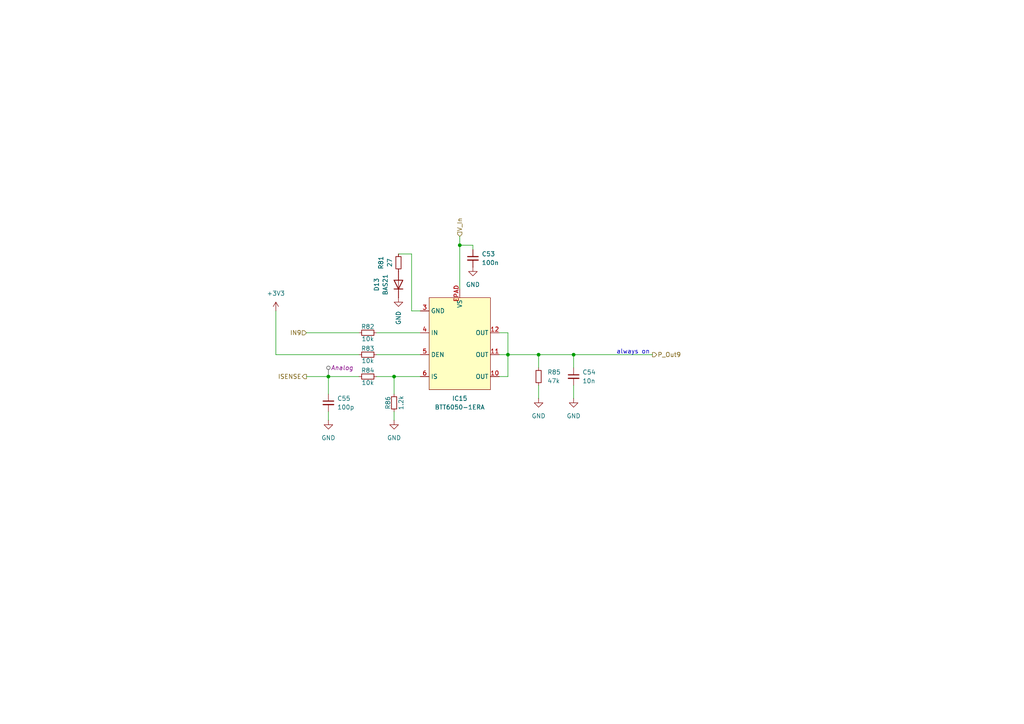
<source format=kicad_sch>
(kicad_sch (version 20231120) (generator "eeschema") (generator_version "8.0")
  (paper "A4")
  (title_block (title "PDU FT25") (date "2024-11-18") (rev "V1.0") (company "Janek Herm") (comment 1 "FaSTTUBe Electronics"))
  (lib_symbols
    (symbol "Device:C_Small" (pin_numbers hide) (pin_names (offset 0.254) hide)
      (property "Reference" "C" (at 0.254 1.778 0))
      (property "Value" "C_Small" (at 0.254 -2.032 0))
      (symbol "C_Small_0_1"
        (polyline (pts (xy -1.524 -0.508) (xy 1.524 -0.508)) (stroke (width 0.3302)))
        (polyline (pts (xy -1.524 0.508) (xy 1.524 0.508)) (stroke (width 0.3048)))
      )
      (symbol "C_Small_1_1"
        (pin passive line (at 0 2.54 270) (length 2.032) (name "~") (number "1"))
        (pin passive line (at 0 -2.54 90) (length 2.032) (name "~") (number "2"))
      )
    )
    (symbol "Device:R_Small" (pin_numbers hide) (pin_names (offset 0.254) hide)
      (property "Reference" "R" (at 0.762 0.508 0))
      (property "Value" "R_Small" (at 0.762 -1.016 0))
      (symbol "R_Small_0_1"
        (rectangle (start -0.762 1.778) (end 0.762 -1.778) (stroke (width 0.2032)))
      )
      (symbol "R_Small_1_1"
        (pin passive line (at 0 2.54 270) (length 0.762) (name "~") (number "1"))
        (pin passive line (at 0 -2.54 90) (length 0.762) (name "~") (number "2"))
      )
    )
    (symbol "Diode:BAS21" (pin_numbers hide) (pin_names hide)
      (property "Reference" "D" (at 0 2.54 0))
      (property "Value" "BAS21" (at 0 -2.54 0))
      (symbol "BAS21_0_1"
        (polyline (pts (xy -1.27 1.27) (xy -1.27 -1.27)) (stroke (width 0.254)))
        (polyline (pts (xy 1.27 0) (xy -1.27 0)))
        (polyline (pts (xy 1.27 1.27) (xy 1.27 -1.27) (xy -1.27 0) (xy 1.27 1.27)) (stroke (width 0.254)))
      )
      (symbol "BAS21_1_1"
        (pin passive line (at 3.81 0 180) (length 2.54) (name "A") (number "1"))
        (pin no_connect line (at -1.27 0 0) (length 2.54) hide (name "NC") (number "2"))
        (pin passive line (at -3.81 0 0) (length 2.54) (name "K") (number "3"))
      )
    )
    (symbol "FaSTTUBe_Power-Switches:BTT6050-1ERA"
      (property "Reference" "IC" (at 0.254 -28.956 0))
      (property "Value" "BTT6050-1ERA" (at 0.508 -31.242 0))
      (symbol "BTT6050-1ERA_1_1"
        (rectangle (start -8.89 -1.27) (end 8.89 -27.94) (fill (type background)))
        (pin passive line (at 11.43 -24.13 180) (length 2.54) (name "OUT") (number "10"))
        (pin passive line (at 11.43 -17.78 180) (length 2.54) (name "OUT") (number "11"))
        (pin power_out line (at 11.43 -11.43 180) (length 2.54) (name "OUT") (number "12"))
        (pin output line (at -11.43 -5.08 0) (length 2.54) (name "GND") (number "3"))
        (pin input line (at -11.43 -11.43 0) (length 2.54) (name "IN") (number "4"))
        (pin input line (at -11.43 -17.78 0) (length 2.54) (name "DEN") (number "5"))
        (pin output line (at -11.43 -24.13 0) (length 2.54) (name "IS") (number "6"))
        (pin input line (at 0 1.27 270) (length 2.54) (name "VS") (number "EPAD"))
      )
    )
    (symbol "power:+3.3V" (power) (pin_numbers hide) (pin_names (offset 0) hide)
      (property "Value" "+3.3V" (at 0 3.556 0))
      (symbol "+3.3V_0_1"
        (polyline (pts (xy -0.762 1.27) (xy 0 2.54)))
        (polyline (pts (xy 0 0) (xy 0 2.54)))
        (polyline (pts (xy 0 2.54) (xy 0.762 1.27)))
      )
      (symbol "+3.3V_1_1"
        (pin power_in line (at 0 0 90) (length 0) (name "~") (number "1"))
      )
    )
    (symbol "power:GND" (power) (pin_numbers hide) (pin_names (offset 0) hide)
      (property "Value" "GND" (at 0 -3.81 0))
      (symbol "GND_0_1"
        (polyline (pts (xy 0 0) (xy 0 -1.27) (xy 1.27 -1.27) (xy 0 -2.54) (xy -1.27 -1.27) (xy 0 -1.27)))
      )
      (symbol "GND_1_1"
        (pin power_in line (at 0 0 270) (length 0) (name "~") (number "1"))
      )
    )
  )
  (junction (at 114.3 109.22))
  (junction (at 133.35 71.12))
  (junction (at 147.32 102.87))
  (junction (at 166.37 102.87))
  (junction (at 156.21 102.87))
  (junction (at 95.25 109.22))
  (wire (pts (xy 144.78 102.87) (xy 147.32 102.87)))
  (wire (pts (xy 137.16 71.12) (xy 133.35 71.12)))
  (wire (pts (xy 119.38 90.17) (xy 121.92 90.17)))
  (wire (pts (xy 109.22 96.52) (xy 121.92 96.52)))
  (wire (pts (xy 88.9 96.52) (xy 104.14 96.52)))
  (wire (pts (xy 119.38 73.66) (xy 119.38 90.17)))
  (wire (pts (xy 133.35 68.58) (xy 133.35 71.12)))
  (wire (pts (xy 80.01 102.87) (xy 104.14 102.87)))
  (wire (pts (xy 144.78 109.22) (xy 147.32 109.22)))
  (wire (pts (xy 166.37 102.87) (xy 166.37 106.68)))
  (wire (pts (xy 114.3 119.38) (xy 114.3 121.92)))
  (wire (pts (xy 147.32 96.52) (xy 147.32 102.87)))
  (wire (pts (xy 166.37 111.76) (xy 166.37 115.57)))
  (wire (pts (xy 156.21 102.87) (xy 166.37 102.87)))
  (wire (pts (xy 137.16 71.12) (xy 137.16 72.39)))
  (wire (pts (xy 88.9 109.22) (xy 95.25 109.22)))
  (wire (pts (xy 109.22 109.22) (xy 114.3 109.22)))
  (wire (pts (xy 147.32 109.22) (xy 147.32 102.87)))
  (wire (pts (xy 156.21 102.87) (xy 156.21 106.68)))
  (wire (pts (xy 109.22 102.87) (xy 121.92 102.87)))
  (wire (pts (xy 156.21 111.76) (xy 156.21 115.57)))
  (wire (pts (xy 147.32 102.87) (xy 156.21 102.87)))
  (wire (pts (xy 133.35 71.12) (xy 133.35 83.82)))
  (wire (pts (xy 95.25 109.22) (xy 95.25 114.3)))
  (wire (pts (xy 114.3 109.22) (xy 114.3 114.3)))
  (wire (pts (xy 119.38 73.66) (xy 115.57 73.66)))
  (wire (pts (xy 166.37 102.87) (xy 189.23 102.87)))
  (wire (pts (xy 95.25 119.38) (xy 95.25 121.92)))
  (wire (pts (xy 80.01 102.87) (xy 80.01 90.17)))
  (wire (pts (xy 114.3 109.22) (xy 121.92 109.22)))
  (wire (pts (xy 144.78 96.52) (xy 147.32 96.52)))
  (wire (pts (xy 95.25 109.22) (xy 104.14 109.22)))
  (text "always on" (at 183.642 102.108 0) (effects (font (size 1.27 1.27))))
  (hierarchical_label "P_Out9" (shape output) (at 189.23 102.87 0))
  (hierarchical_label "IN9" (shape input) (at 88.9 96.52 180))
  (hierarchical_label "ISENSE" (shape output) (at 88.9 109.22 180))
  (hierarchical_label "V_In" (shape input) (at 133.35 68.58 90))
  (netclass_flag "" (length 2.54) (shape round) (at 95.25 109.22 0) (property "Netclass" "Analog" (at 95.9485 106.68 0) (effects (font (italic yes)) (justify left))))
  (symbol (lib_id "Device:R_Small") (at 115.57 76.2 180) (unit 1)
    (property "Reference" "R81" (at 110.49 76.2 90))
    (property "Value" "27" (at 113.03 76.2 90))
    (property "Footprint" "Resistor_SMD:R_0603_1608Metric_Pad0.98x0.95mm_HandSolder" (effects (hide yes)))
    (property "Description" "Resistor, small symbol" (effects (hide yes)))
  )
  (symbol (lib_id "power:GND") (at 156.21 115.57 0) (unit 1)
    (property "Reference" "#PWR0115" (effects (hide yes)))
    (property "Value" "GND" (at 156.21 120.65 0))
    (property "Description" "Power symbol creates a global label with name \"GND\" , ground" (effects (hide yes)))
  )
  (symbol (lib_id "Diode:BAS21") (at 115.57 82.55 90) (unit 1)
    (property "Reference" "D13" (at 109.22 82.55 0))
    (property "Value" "BAS21" (at 111.76 82.55 0))
    (property "Footprint" "Package_TO_SOT_SMD:SOT-23" (effects (hide yes)))
    (property "Datasheet" "https://www.diodes.com/assets/Datasheets/Ds12004.pdf" (effects (hide yes)))
    (property "Description" "250V, 0.4A, High-speed Switching Diode, SOT-23" (effects (hide yes)))
  )
  (symbol (lib_id "Device:C_Small") (at 166.37 109.22 0) (unit 1)
    (property "Reference" "C54" (at 168.91 107.9562 0) (effects (justify left)))
    (property "Value" "10n" (at 168.91 110.4962 0) (effects (justify left)))
    (property "Footprint" "Capacitor_SMD:C_0603_1608Metric_Pad1.08x0.95mm_HandSolder" (effects (hide yes)))
    (property "Description" "Unpolarized capacitor, small symbol" (effects (hide yes)))
  )
  (symbol (lib_id "FaSTTUBe_Power-Switches:BTT6050-1ERA") (at 133.35 85.09 0) (unit 1)
    (property "Reference" "IC15" (at 133.35 115.57 0))
    (property "Value" "BTT6050-1ERA" (at 133.35 118.11 0))
    (property "Footprint" "BTT6010-1ERB:SOIC14_BTT6010-1ERB_INF" (effects (hide yes)))
    (property "Datasheet" "https://www.infineon.com/dgdl/Infineon-BTT6050-1ERA-DS-v01_00-EN.pdf?fileId=5546d46269e1c019016a21fa5b7a0d8a" (effects (hide yes)))
  )
  (symbol (lib_id "power:GND") (at 137.16 77.47 0) (unit 1)
    (property "Reference" "#PWR0112" (effects (hide yes)))
    (property "Value" "GND" (at 137.16 82.55 0))
    (property "Description" "Power symbol creates a global label with name \"GND\" , ground" (effects (hide yes)))
  )
  (symbol (lib_id "Device:R_Small") (at 106.68 109.22 270) (unit 1)
    (property "Reference" "R84" (at 106.68 107.442 90))
    (property "Value" "10k" (at 106.68 110.998 90))
    (property "Footprint" "Resistor_SMD:R_0603_1608Metric_Pad0.98x0.95mm_HandSolder" (effects (hide yes)))
    (property "Description" "Resistor, small symbol" (effects (hide yes)))
  )
  (symbol (lib_id "Device:C_Small") (at 95.25 116.84 0) (unit 1)
    (property "Reference" "C55" (at 97.79 115.5762 0) (effects (justify left)))
    (property "Value" "100p" (at 97.79 118.1162 0) (effects (justify left)))
    (property "Footprint" "Capacitor_SMD:C_0603_1608Metric_Pad1.08x0.95mm_HandSolder" (effects (hide yes)))
    (property "Description" "Unpolarized capacitor, small symbol" (effects (hide yes)))
  )
  (symbol (lib_id "Device:R_Small") (at 114.3 116.84 0) (unit 1)
    (property "Reference" "R86" (at 112.522 116.84 90))
    (property "Value" "1.2k" (at 116.332 116.84 90))
    (property "Footprint" "Resistor_SMD:R_0603_1608Metric_Pad0.98x0.95mm_HandSolder" (effects (hide yes)))
    (property "Description" "Resistor, small symbol" (effects (hide yes)))
  )
  (symbol (lib_id "Device:R_Small") (at 156.21 109.22 0) (unit 1)
    (property "Reference" "R85" (at 158.75 107.9499 0) (effects (justify left)))
    (property "Value" "47k" (at 158.75 110.4899 0) (effects (justify left)))
    (property "Footprint" "Resistor_SMD:R_0603_1608Metric_Pad0.98x0.95mm_HandSolder" (effects (hide yes)))
    (property "Description" "Resistor, small symbol" (effects (hide yes)))
  )
  (symbol (lib_id "power:+3.3V") (at 80.01 90.17 0) (unit 1)
    (property "Reference" "#PWR0114" (effects (hide yes)))
    (property "Value" "+3V3" (at 80.01 85.09 0))
    (property "Description" "Power symbol creates a global label with name \"+3.3V\"" (effects (hide yes)))
  )
  (symbol (lib_id "Device:R_Small") (at 106.68 102.87 270) (unit 1)
    (property "Reference" "R83" (at 106.68 101.092 90))
    (property "Value" "10k" (at 106.68 104.648 90))
    (property "Footprint" "Resistor_SMD:R_0603_1608Metric_Pad0.98x0.95mm_HandSolder" (effects (hide yes)))
    (property "Description" "Resistor, small symbol" (effects (hide yes)))
  )
  (symbol (lib_id "Device:C_Small") (at 137.16 74.93 0) (unit 1)
    (property "Reference" "C53" (at 139.7 73.6662 0) (effects (justify left)))
    (property "Value" "100n" (at 139.7 76.2062 0) (effects (justify left)))
    (property "Footprint" "Capacitor_SMD:C_0603_1608Metric_Pad1.08x0.95mm_HandSolder" (effects (hide yes)))
    (property "Description" "Unpolarized capacitor, small symbol" (effects (hide yes)))
  )
  (symbol (lib_id "power:GND") (at 115.57 86.36 0) (unit 1)
    (property "Reference" "#PWR0113" (effects (hide yes)))
    (property "Value" "GND" (at 115.5699 90.17 90) (effects (justify right)))
    (property "Description" "Power symbol creates a global label with name \"GND\" , ground" (effects (hide yes)))
  )
  (symbol (lib_id "power:GND") (at 166.37 115.57 0) (unit 1)
    (property "Reference" "#PWR0116" (effects (hide yes)))
    (property "Value" "GND" (at 166.37 120.65 0))
    (property "Description" "Power symbol creates a global label with name \"GND\" , ground" (effects (hide yes)))
  )
  (symbol (lib_id "Device:R_Small") (at 106.68 96.52 270) (unit 1)
    (property "Reference" "R82" (at 106.68 94.742 90))
    (property "Value" "10k" (at 106.68 98.298 90))
    (property "Footprint" "Resistor_SMD:R_0603_1608Metric_Pad0.98x0.95mm_HandSolder" (effects (hide yes)))
    (property "Description" "Resistor, small symbol" (effects (hide yes)))
  )
  (symbol (lib_id "power:GND") (at 95.25 121.92 0) (unit 1)
    (property "Reference" "#PWR0117" (effects (hide yes)))
    (property "Value" "GND" (at 95.25 127 0))
    (property "Description" "Power symbol creates a global label with name \"GND\" , ground" (effects (hide yes)))
  )
  (symbol (lib_id "power:GND") (at 114.3 121.92 0) (unit 1)
    (property "Reference" "#PWR0118" (effects (hide yes)))
    (property "Value" "GND" (at 114.3 127 0))
    (property "Description" "Power symbol creates a global label with name \"GND\" , ground" (effects (hide yes)))
  )
)
</source>
